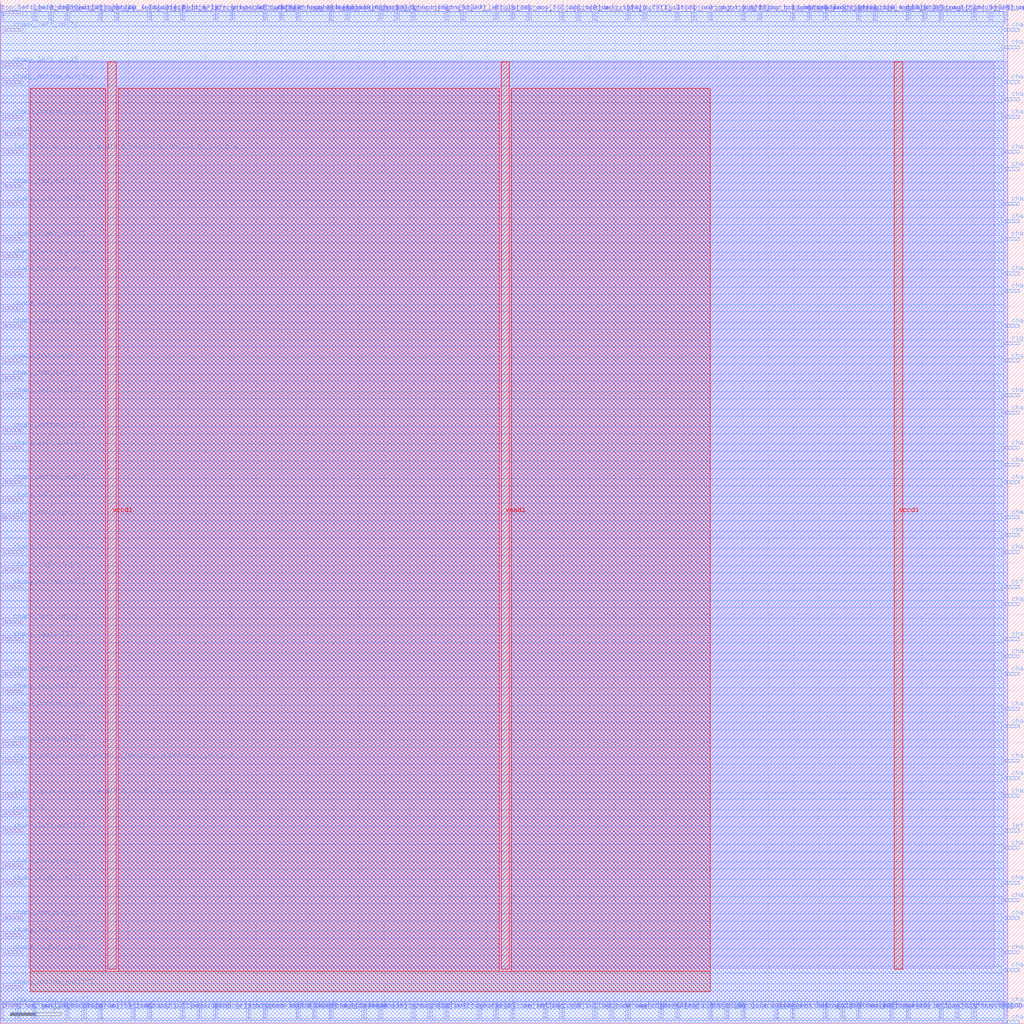
<source format=lef>
VERSION 5.7 ;
  NOWIREEXTENSIONATPIN ON ;
  DIVIDERCHAR "/" ;
  BUSBITCHARS "[]" ;
MACRO sb_1__1_
  CLASS BLOCK ;
  FOREIGN sb_1__1_ ;
  ORIGIN 0.000 0.000 ;
  SIZE 200.000 BY 200.000 ;
  PIN bottom_left_grid_right_width_0_height_0_subtile_0__pin_O_1_
    DIRECTION INPUT ;
    USE SIGNAL ;
    PORT
      LAYER met2 ;
        RECT 35.510 196.000 35.790 199.000 ;
    END
  END bottom_left_grid_right_width_0_height_0_subtile_0__pin_O_1_
  PIN bottom_left_grid_right_width_0_height_0_subtile_0__pin_O_5_
    DIRECTION INPUT ;
    USE SIGNAL ;
    PORT
      LAYER met2 ;
        RECT 196.510 1.000 196.790 4.000 ;
    END
  END bottom_left_grid_right_width_0_height_0_subtile_0__pin_O_5_
  PIN bottom_right_grid_left_width_0_height_0_subtile_0__pin_O_3_
    DIRECTION INPUT ;
    USE SIGNAL ;
    PORT
      LAYER met2 ;
        RECT 41.950 1.000 42.230 4.000 ;
    END
  END bottom_right_grid_left_width_0_height_0_subtile_0__pin_O_3_
  PIN bottom_right_grid_left_width_0_height_0_subtile_0__pin_O_7_
    DIRECTION INPUT ;
    USE SIGNAL ;
    PORT
      LAYER met2 ;
        RECT 144.990 1.000 145.270 4.000 ;
    END
  END bottom_right_grid_left_width_0_height_0_subtile_0__pin_O_7_
  PIN ccff_head
    DIRECTION INPUT ;
    USE SIGNAL ;
    PORT
      LAYER met3 ;
        RECT 196.000 85.040 199.000 85.640 ;
    END
  END ccff_head
  PIN ccff_tail
    DIRECTION OUTPUT TRISTATE ;
    USE SIGNAL ;
    PORT
      LAYER met2 ;
        RECT 125.670 196.000 125.950 199.000 ;
    END
  END ccff_tail
  PIN chanx_left_in[0]
    DIRECTION INPUT ;
    USE SIGNAL ;
    PORT
      LAYER met2 ;
        RECT 9.750 196.000 10.030 199.000 ;
    END
  END chanx_left_in[0]
  PIN chanx_left_in[10]
    DIRECTION INPUT ;
    USE SIGNAL ;
    PORT
      LAYER met3 ;
        RECT 1.000 102.040 4.000 102.640 ;
    END
  END chanx_left_in[10]
  PIN chanx_left_in[11]
    DIRECTION INPUT ;
    USE SIGNAL ;
    PORT
      LAYER met3 ;
        RECT 196.000 13.640 199.000 14.240 ;
    END
  END chanx_left_in[11]
  PIN chanx_left_in[12]
    DIRECTION INPUT ;
    USE SIGNAL ;
    PORT
      LAYER met2 ;
        RECT 190.070 196.000 190.350 199.000 ;
    END
  END chanx_left_in[12]
  PIN chanx_left_in[13]
    DIRECTION INPUT ;
    USE SIGNAL ;
    PORT
      LAYER met2 ;
        RECT 16.190 1.000 16.470 4.000 ;
    END
  END chanx_left_in[13]
  PIN chanx_left_in[14]
    DIRECTION INPUT ;
    USE SIGNAL ;
    PORT
      LAYER met3 ;
        RECT 1.000 112.240 4.000 112.840 ;
    END
  END chanx_left_in[14]
  PIN chanx_left_in[15]
    DIRECTION INPUT ;
    USE SIGNAL ;
    PORT
      LAYER met2 ;
        RECT 93.470 1.000 93.750 4.000 ;
    END
  END chanx_left_in[15]
  PIN chanx_left_in[16]
    DIRECTION INPUT ;
    USE SIGNAL ;
    PORT
      LAYER met3 ;
        RECT 1.000 197.240 4.000 197.840 ;
    END
  END chanx_left_in[16]
  PIN chanx_left_in[17]
    DIRECTION INPUT ;
    USE SIGNAL ;
    PORT
      LAYER met3 ;
        RECT 196.000 34.040 199.000 34.640 ;
    END
  END chanx_left_in[17]
  PIN chanx_left_in[18]
    DIRECTION INPUT ;
    USE SIGNAL ;
    PORT
      LAYER met2 ;
        RECT 90.250 196.000 90.530 199.000 ;
    END
  END chanx_left_in[18]
  PIN chanx_left_in[1]
    DIRECTION INPUT ;
    USE SIGNAL ;
    PORT
      LAYER met3 ;
        RECT 196.000 153.040 199.000 153.640 ;
    END
  END chanx_left_in[1]
  PIN chanx_left_in[2]
    DIRECTION INPUT ;
    USE SIGNAL ;
    PORT
      LAYER met3 ;
        RECT 1.000 187.040 4.000 187.640 ;
    END
  END chanx_left_in[2]
  PIN chanx_left_in[3]
    DIRECTION INPUT ;
    USE SIGNAL ;
    PORT
      LAYER met2 ;
        RECT 87.030 196.000 87.310 199.000 ;
    END
  END chanx_left_in[3]
  PIN chanx_left_in[4]
    DIRECTION INPUT ;
    USE SIGNAL ;
    PORT
      LAYER met2 ;
        RECT 112.790 196.000 113.070 199.000 ;
    END
  END chanx_left_in[4]
  PIN chanx_left_in[5]
    DIRECTION INPUT ;
    USE SIGNAL ;
    PORT
      LAYER met2 ;
        RECT 177.190 1.000 177.470 4.000 ;
    END
  END chanx_left_in[5]
  PIN chanx_left_in[6]
    DIRECTION INPUT ;
    USE SIGNAL ;
    PORT
      LAYER met3 ;
        RECT 196.000 156.440 199.000 157.040 ;
    END
  END chanx_left_in[6]
  PIN chanx_left_in[7]
    DIRECTION INPUT ;
    USE SIGNAL ;
    PORT
      LAYER met3 ;
        RECT 1.000 193.840 4.000 194.440 ;
    END
  END chanx_left_in[7]
  PIN chanx_left_in[8]
    DIRECTION INPUT ;
    USE SIGNAL ;
    PORT
      LAYER met2 ;
        RECT 45.170 196.000 45.450 199.000 ;
    END
  END chanx_left_in[8]
  PIN chanx_left_in[9]
    DIRECTION INPUT ;
    USE SIGNAL ;
    PORT
      LAYER met3 ;
        RECT 1.000 78.240 4.000 78.840 ;
    END
  END chanx_left_in[9]
  PIN chanx_left_out[0]
    DIRECTION OUTPUT TRISTATE ;
    USE SIGNAL ;
    PORT
      LAYER met3 ;
        RECT 1.000 122.440 4.000 123.040 ;
    END
  END chanx_left_out[0]
  PIN chanx_left_out[10]
    DIRECTION OUTPUT TRISTATE ;
    USE SIGNAL ;
    PORT
      LAYER met3 ;
        RECT 196.000 20.440 199.000 21.040 ;
    END
  END chanx_left_out[10]
  PIN chanx_left_out[11]
    DIRECTION OUTPUT TRISTATE ;
    USE SIGNAL ;
    PORT
      LAYER met3 ;
        RECT 196.000 190.440 199.000 191.040 ;
    END
  END chanx_left_out[11]
  PIN chanx_left_out[12]
    DIRECTION OUTPUT TRISTATE ;
    USE SIGNAL ;
    PORT
      LAYER met2 ;
        RECT 22.630 196.000 22.910 199.000 ;
    END
  END chanx_left_out[12]
  PIN chanx_left_out[13]
    DIRECTION OUTPUT TRISTATE ;
    USE SIGNAL ;
    PORT
      LAYER met2 ;
        RECT 161.090 1.000 161.370 4.000 ;
    END
  END chanx_left_out[13]
  PIN chanx_left_out[14]
    DIRECTION OUTPUT TRISTATE ;
    USE SIGNAL ;
    PORT
      LAYER met3 ;
        RECT 1.000 37.440 4.000 38.040 ;
    END
  END chanx_left_out[14]
  PIN chanx_left_out[15]
    DIRECTION OUTPUT TRISTATE ;
    USE SIGNAL ;
    PORT
      LAYER met2 ;
        RECT 167.530 1.000 167.810 4.000 ;
    END
  END chanx_left_out[15]
  PIN chanx_left_out[16]
    DIRECTION OUTPUT TRISTATE ;
    USE SIGNAL ;
    PORT
      LAYER met2 ;
        RECT 58.050 1.000 58.330 4.000 ;
    END
  END chanx_left_out[16]
  PIN chanx_left_out[17]
    DIRECTION OUTPUT TRISTATE ;
    USE SIGNAL ;
    PORT
      LAYER met3 ;
        RECT 1.000 139.440 4.000 140.040 ;
    END
  END chanx_left_out[17]
  PIN chanx_left_out[18]
    DIRECTION OUTPUT TRISTATE ;
    USE SIGNAL ;
    PORT
      LAYER met3 ;
        RECT 196.000 27.240 199.000 27.840 ;
    END
  END chanx_left_out[18]
  PIN chanx_left_out[1]
    DIRECTION OUTPUT TRISTATE ;
    USE SIGNAL ;
    PORT
      LAYER met2 ;
        RECT 154.650 1.000 154.930 4.000 ;
    END
  END chanx_left_out[1]
  PIN chanx_left_out[2]
    DIRECTION OUTPUT TRISTATE ;
    USE SIGNAL ;
    PORT
      LAYER met3 ;
        RECT 1.000 68.040 4.000 68.640 ;
    END
  END chanx_left_out[2]
  PIN chanx_left_out[3]
    DIRECTION OUTPUT TRISTATE ;
    USE SIGNAL ;
    PORT
      LAYER met2 ;
        RECT 12.970 196.000 13.250 199.000 ;
    END
  END chanx_left_out[3]
  PIN chanx_left_out[4]
    DIRECTION OUTPUT TRISTATE ;
    USE SIGNAL ;
    PORT
      LAYER met2 ;
        RECT 6.530 196.000 6.810 199.000 ;
    END
  END chanx_left_out[4]
  PIN chanx_left_out[5]
    DIRECTION OUTPUT TRISTATE ;
    USE SIGNAL ;
    PORT
      LAYER met2 ;
        RECT 141.770 1.000 142.050 4.000 ;
    END
  END chanx_left_out[5]
  PIN chanx_left_out[6]
    DIRECTION OUTPUT TRISTATE ;
    USE SIGNAL ;
    PORT
      LAYER met2 ;
        RECT 177.190 196.000 177.470 199.000 ;
    END
  END chanx_left_out[6]
  PIN chanx_left_out[7]
    DIRECTION OUTPUT TRISTATE ;
    USE SIGNAL ;
    PORT
      LAYER met3 ;
        RECT 196.000 129.240 199.000 129.840 ;
    END
  END chanx_left_out[7]
  PIN chanx_left_out[8]
    DIRECTION OUTPUT TRISTATE ;
    USE SIGNAL ;
    PORT
      LAYER met2 ;
        RECT 122.450 196.000 122.730 199.000 ;
    END
  END chanx_left_out[8]
  PIN chanx_left_out[9]
    DIRECTION OUTPUT TRISTATE ;
    USE SIGNAL ;
    PORT
      LAYER met2 ;
        RECT 157.870 196.000 158.150 199.000 ;
    END
  END chanx_left_out[9]
  PIN chanx_right_in[0]
    DIRECTION INPUT ;
    USE SIGNAL ;
    PORT
      LAYER met3 ;
        RECT 1.000 88.440 4.000 89.040 ;
    END
  END chanx_right_in[0]
  PIN chanx_right_in[10]
    DIRECTION INPUT ;
    USE SIGNAL ;
    PORT
      LAYER met2 ;
        RECT 51.610 1.000 51.890 4.000 ;
    END
  END chanx_right_in[10]
  PIN chanx_right_in[11]
    DIRECTION INPUT ;
    USE SIGNAL ;
    PORT
      LAYER met2 ;
        RECT 180.410 196.000 180.690 199.000 ;
    END
  END chanx_right_in[11]
  PIN chanx_right_in[12]
    DIRECTION INPUT ;
    USE SIGNAL ;
    PORT
      LAYER met2 ;
        RECT 74.150 1.000 74.430 4.000 ;
    END
  END chanx_right_in[12]
  PIN chanx_right_in[13]
    DIRECTION INPUT ;
    USE SIGNAL ;
    PORT
      LAYER met2 ;
        RECT 122.450 1.000 122.730 4.000 ;
    END
  END chanx_right_in[13]
  PIN chanx_right_in[14]
    DIRECTION INPUT ;
    USE SIGNAL ;
    PORT
      LAYER met3 ;
        RECT 196.000 159.840 199.000 160.440 ;
    END
  END chanx_right_in[14]
  PIN chanx_right_in[15]
    DIRECTION INPUT ;
    USE SIGNAL ;
    PORT
      LAYER met3 ;
        RECT 196.000 108.840 199.000 109.440 ;
    END
  END chanx_right_in[15]
  PIN chanx_right_in[16]
    DIRECTION INPUT ;
    USE SIGNAL ;
    PORT
      LAYER met2 ;
        RECT 183.630 196.000 183.910 199.000 ;
    END
  END chanx_right_in[16]
  PIN chanx_right_in[17]
    DIRECTION INPUT ;
    USE SIGNAL ;
    PORT
      LAYER met2 ;
        RECT 80.590 196.000 80.870 199.000 ;
    END
  END chanx_right_in[17]
  PIN chanx_right_in[18]
    DIRECTION INPUT ;
    USE SIGNAL ;
    PORT
      LAYER met3 ;
        RECT 196.000 98.640 199.000 99.240 ;
    END
  END chanx_right_in[18]
  PIN chanx_right_in[1]
    DIRECTION INPUT ;
    USE SIGNAL ;
    PORT
      LAYER met2 ;
        RECT 51.610 196.000 51.890 199.000 ;
    END
  END chanx_right_in[1]
  PIN chanx_right_in[2]
    DIRECTION INPUT ;
    USE SIGNAL ;
    PORT
      LAYER met3 ;
        RECT 1.000 27.240 4.000 27.840 ;
    END
  END chanx_right_in[2]
  PIN chanx_right_in[3]
    DIRECTION INPUT ;
    USE SIGNAL ;
    PORT
      LAYER met2 ;
        RECT 67.710 196.000 67.990 199.000 ;
    END
  END chanx_right_in[3]
  PIN chanx_right_in[4]
    DIRECTION INPUT ;
    USE SIGNAL ;
    PORT
      LAYER met3 ;
        RECT 196.000 136.040 199.000 136.640 ;
    END
  END chanx_right_in[4]
  PIN chanx_right_in[5]
    DIRECTION INPUT ;
    USE SIGNAL ;
    PORT
      LAYER met2 ;
        RECT 132.110 1.000 132.390 4.000 ;
    END
  END chanx_right_in[5]
  PIN chanx_right_in[6]
    DIRECTION INPUT ;
    USE SIGNAL ;
    PORT
      LAYER met2 ;
        RECT 170.750 196.000 171.030 199.000 ;
    END
  END chanx_right_in[6]
  PIN chanx_right_in[7]
    DIRECTION INPUT ;
    USE SIGNAL ;
    PORT
      LAYER met2 ;
        RECT 196.510 196.000 196.790 199.000 ;
    END
  END chanx_right_in[7]
  PIN chanx_right_in[8]
    DIRECTION INPUT ;
    USE SIGNAL ;
    PORT
      LAYER met2 ;
        RECT 74.150 196.000 74.430 199.000 ;
    END
  END chanx_right_in[8]
  PIN chanx_right_in[9]
    DIRECTION INPUT ;
    USE SIGNAL ;
    PORT
      LAYER met2 ;
        RECT 87.030 1.000 87.310 4.000 ;
    END
  END chanx_right_in[9]
  PIN chanx_right_out[0]
    DIRECTION OUTPUT TRISTATE ;
    USE SIGNAL ;
    PORT
      LAYER met3 ;
        RECT 196.000 61.240 199.000 61.840 ;
    END
  END chanx_right_out[0]
  PIN chanx_right_out[10]
    DIRECTION OUTPUT TRISTATE ;
    USE SIGNAL ;
    PORT
      LAYER met3 ;
        RECT 196.000 10.240 199.000 10.840 ;
    END
  END chanx_right_out[10]
  PIN chanx_right_out[11]
    DIRECTION OUTPUT TRISTATE ;
    USE SIGNAL ;
    PORT
      LAYER met2 ;
        RECT 116.010 196.000 116.290 199.000 ;
    END
  END chanx_right_out[11]
  PIN chanx_right_out[12]
    DIRECTION OUTPUT TRISTATE ;
    USE SIGNAL ;
    PORT
      LAYER met3 ;
        RECT 196.000 176.840 199.000 177.440 ;
    END
  END chanx_right_out[12]
  PIN chanx_right_out[13]
    DIRECTION OUTPUT TRISTATE ;
    USE SIGNAL ;
    PORT
      LAYER met3 ;
        RECT 196.000 71.440 199.000 72.040 ;
    END
  END chanx_right_out[13]
  PIN chanx_right_out[14]
    DIRECTION OUTPUT TRISTATE ;
    USE SIGNAL ;
    PORT
      LAYER met2 ;
        RECT 119.230 1.000 119.510 4.000 ;
    END
  END chanx_right_out[14]
  PIN chanx_right_out[15]
    DIRECTION OUTPUT TRISTATE ;
    USE SIGNAL ;
    PORT
      LAYER met3 ;
        RECT 1.000 3.440 4.000 4.040 ;
    END
  END chanx_right_out[15]
  PIN chanx_right_out[16]
    DIRECTION OUTPUT TRISTATE ;
    USE SIGNAL ;
    PORT
      LAYER met2 ;
        RECT 135.330 196.000 135.610 199.000 ;
    END
  END chanx_right_out[16]
  PIN chanx_right_out[17]
    DIRECTION OUTPUT TRISTATE ;
    USE SIGNAL ;
    PORT
      LAYER met3 ;
        RECT 196.000 180.240 199.000 180.840 ;
    END
  END chanx_right_out[17]
  PIN chanx_right_out[18]
    DIRECTION OUTPUT TRISTATE ;
    USE SIGNAL ;
    PORT
      LAYER met2 ;
        RECT 54.830 196.000 55.110 199.000 ;
    END
  END chanx_right_out[18]
  PIN chanx_right_out[1]
    DIRECTION OUTPUT TRISTATE ;
    USE SIGNAL ;
    PORT
      LAYER met3 ;
        RECT 196.000 122.440 199.000 123.040 ;
    END
  END chanx_right_out[1]
  PIN chanx_right_out[2]
    DIRECTION OUTPUT TRISTATE ;
    USE SIGNAL ;
    PORT
      LAYER met2 ;
        RECT 6.530 1.000 6.810 4.000 ;
    END
  END chanx_right_out[2]
  PIN chanx_right_out[3]
    DIRECTION OUTPUT TRISTATE ;
    USE SIGNAL ;
    PORT
      LAYER met2 ;
        RECT 61.270 1.000 61.550 4.000 ;
    END
  END chanx_right_out[3]
  PIN chanx_right_out[4]
    DIRECTION OUTPUT TRISTATE ;
    USE SIGNAL ;
    PORT
      LAYER met3 ;
        RECT 1.000 153.040 4.000 153.640 ;
    END
  END chanx_right_out[4]
  PIN chanx_right_out[5]
    DIRECTION OUTPUT TRISTATE ;
    USE SIGNAL ;
    PORT
      LAYER met2 ;
        RECT 161.090 196.000 161.370 199.000 ;
    END
  END chanx_right_out[5]
  PIN chanx_right_out[6]
    DIRECTION OUTPUT TRISTATE ;
    USE SIGNAL ;
    PORT
      LAYER met3 ;
        RECT 1.000 54.440 4.000 55.040 ;
    END
  END chanx_right_out[6]
  PIN chanx_right_out[7]
    DIRECTION OUTPUT TRISTATE ;
    USE SIGNAL ;
    PORT
      LAYER met2 ;
        RECT 183.630 1.000 183.910 4.000 ;
    END
  END chanx_right_out[7]
  PIN chanx_right_out[8]
    DIRECTION OUTPUT TRISTATE ;
    USE SIGNAL ;
    PORT
      LAYER met3 ;
        RECT 1.000 159.840 4.000 160.440 ;
    END
  END chanx_right_out[8]
  PIN chanx_right_out[9]
    DIRECTION OUTPUT TRISTATE ;
    USE SIGNAL ;
    PORT
      LAYER met3 ;
        RECT 1.000 13.640 4.000 14.240 ;
    END
  END chanx_right_out[9]
  PIN chany_bottom_in[0]
    DIRECTION INPUT ;
    USE SIGNAL ;
    PORT
      LAYER met3 ;
        RECT 196.000 81.640 199.000 82.240 ;
    END
  END chany_bottom_in[0]
  PIN chany_bottom_in[10]
    DIRECTION INPUT ;
    USE SIGNAL ;
    PORT
      LAYER met3 ;
        RECT 196.000 47.640 199.000 48.240 ;
    END
  END chany_bottom_in[10]
  PIN chany_bottom_in[11]
    DIRECTION INPUT ;
    USE SIGNAL ;
    PORT
      LAYER met3 ;
        RECT 1.000 149.640 4.000 150.240 ;
    END
  END chany_bottom_in[11]
  PIN chany_bottom_in[12]
    DIRECTION INPUT ;
    USE SIGNAL ;
    PORT
      LAYER met2 ;
        RECT 77.370 196.000 77.650 199.000 ;
    END
  END chany_bottom_in[12]
  PIN chany_bottom_in[13]
    DIRECTION INPUT ;
    USE SIGNAL ;
    PORT
      LAYER met2 ;
        RECT 151.430 1.000 151.710 4.000 ;
    END
  END chany_bottom_in[13]
  PIN chany_bottom_in[14]
    DIRECTION INPUT ;
    USE SIGNAL ;
    PORT
      LAYER met3 ;
        RECT 196.000 166.640 199.000 167.240 ;
    END
  END chany_bottom_in[14]
  PIN chany_bottom_in[15]
    DIRECTION INPUT ;
    USE SIGNAL ;
    PORT
      LAYER met2 ;
        RECT 64.490 1.000 64.770 4.000 ;
    END
  END chany_bottom_in[15]
  PIN chany_bottom_in[16]
    DIRECTION INPUT ;
    USE SIGNAL ;
    PORT
      LAYER met3 ;
        RECT 1.000 176.840 4.000 177.440 ;
    END
  END chany_bottom_in[16]
  PIN chany_bottom_in[17]
    DIRECTION INPUT ;
    USE SIGNAL ;
    PORT
      LAYER met3 ;
        RECT 196.000 142.840 199.000 143.440 ;
    END
  END chany_bottom_in[17]
  PIN chany_bottom_in[18]
    DIRECTION INPUT ;
    USE SIGNAL ;
    PORT
      LAYER met3 ;
        RECT 196.000 0.040 199.000 0.640 ;
    END
  END chany_bottom_in[18]
  PIN chany_bottom_in[1]
    DIRECTION INPUT ;
    USE SIGNAL ;
    PORT
      LAYER met3 ;
        RECT 196.000 51.040 199.000 51.640 ;
    END
  END chany_bottom_in[1]
  PIN chany_bottom_in[2]
    DIRECTION INPUT ;
    USE SIGNAL ;
    PORT
      LAYER met3 ;
        RECT 1.000 115.640 4.000 116.240 ;
    END
  END chany_bottom_in[2]
  PIN chany_bottom_in[3]
    DIRECTION INPUT ;
    USE SIGNAL ;
    PORT
      LAYER met3 ;
        RECT 196.000 91.840 199.000 92.440 ;
    END
  END chany_bottom_in[3]
  PIN chany_bottom_in[4]
    DIRECTION INPUT ;
    USE SIGNAL ;
    PORT
      LAYER met2 ;
        RECT 186.850 1.000 187.130 4.000 ;
    END
  END chany_bottom_in[4]
  PIN chany_bottom_in[5]
    DIRECTION INPUT ;
    USE SIGNAL ;
    PORT
      LAYER met2 ;
        RECT 99.910 1.000 100.190 4.000 ;
    END
  END chany_bottom_in[5]
  PIN chany_bottom_in[6]
    DIRECTION INPUT ;
    USE SIGNAL ;
    PORT
      LAYER met3 ;
        RECT 196.000 105.440 199.000 106.040 ;
    END
  END chany_bottom_in[6]
  PIN chany_bottom_in[7]
    DIRECTION INPUT ;
    USE SIGNAL ;
    PORT
      LAYER met3 ;
        RECT 1.000 85.040 4.000 85.640 ;
    END
  END chany_bottom_in[7]
  PIN chany_bottom_in[8]
    DIRECTION INPUT ;
    USE SIGNAL ;
    PORT
      LAYER met3 ;
        RECT 1.000 61.240 4.000 61.840 ;
    END
  END chany_bottom_in[8]
  PIN chany_bottom_in[9]
    DIRECTION INPUT ;
    USE SIGNAL ;
    PORT
      LAYER met2 ;
        RECT 103.130 196.000 103.410 199.000 ;
    END
  END chany_bottom_in[9]
  PIN chany_bottom_out[0]
    DIRECTION OUTPUT TRISTATE ;
    USE SIGNAL ;
    PORT
      LAYER met3 ;
        RECT 1.000 105.440 4.000 106.040 ;
    END
  END chany_bottom_out[0]
  PIN chany_bottom_out[10]
    DIRECTION OUTPUT TRISTATE ;
    USE SIGNAL ;
    PORT
      LAYER met3 ;
        RECT 1.000 183.640 4.000 184.240 ;
    END
  END chany_bottom_out[10]
  PIN chany_bottom_out[11]
    DIRECTION OUTPUT TRISTATE ;
    USE SIGNAL ;
    PORT
      LAYER met3 ;
        RECT 196.000 183.640 199.000 184.240 ;
    END
  END chany_bottom_out[11]
  PIN chany_bottom_out[12]
    DIRECTION OUTPUT TRISTATE ;
    USE SIGNAL ;
    PORT
      LAYER met3 ;
        RECT 1.000 6.840 4.000 7.440 ;
    END
  END chany_bottom_out[12]
  PIN chany_bottom_out[13]
    DIRECTION OUTPUT TRISTATE ;
    USE SIGNAL ;
    PORT
      LAYER met2 ;
        RECT 109.570 196.000 109.850 199.000 ;
    END
  END chany_bottom_out[13]
  PIN chany_bottom_out[14]
    DIRECTION OUTPUT TRISTATE ;
    USE SIGNAL ;
    PORT
      LAYER met3 ;
        RECT 1.000 91.840 4.000 92.440 ;
    END
  END chany_bottom_out[14]
  PIN chany_bottom_out[15]
    DIRECTION OUTPUT TRISTATE ;
    USE SIGNAL ;
    PORT
      LAYER met2 ;
        RECT 132.110 196.000 132.390 199.000 ;
    END
  END chany_bottom_out[15]
  PIN chany_bottom_out[16]
    DIRECTION OUTPUT TRISTATE ;
    USE SIGNAL ;
    PORT
      LAYER met2 ;
        RECT 3.310 1.000 3.590 4.000 ;
    END
  END chany_bottom_out[16]
  PIN chany_bottom_out[17]
    DIRECTION OUTPUT TRISTATE ;
    USE SIGNAL ;
    PORT
      LAYER met2 ;
        RECT 29.070 1.000 29.350 4.000 ;
    END
  END chany_bottom_out[17]
  PIN chany_bottom_out[18]
    DIRECTION OUTPUT TRISTATE ;
    USE SIGNAL ;
    PORT
      LAYER met3 ;
        RECT 196.000 23.840 199.000 24.440 ;
    END
  END chany_bottom_out[18]
  PIN chany_bottom_out[1]
    DIRECTION OUTPUT TRISTATE ;
    USE SIGNAL ;
    PORT
      LAYER met2 ;
        RECT 83.810 1.000 84.090 4.000 ;
    END
  END chany_bottom_out[1]
  PIN chany_bottom_out[2]
    DIRECTION OUTPUT TRISTATE ;
    USE SIGNAL ;
    PORT
      LAYER met2 ;
        RECT 41.950 196.000 42.230 199.000 ;
    END
  END chany_bottom_out[2]
  PIN chany_bottom_out[3]
    DIRECTION OUTPUT TRISTATE ;
    USE SIGNAL ;
    PORT
      LAYER met2 ;
        RECT 58.050 196.000 58.330 199.000 ;
    END
  END chany_bottom_out[3]
  PIN chany_bottom_out[4]
    DIRECTION OUTPUT TRISTATE ;
    USE SIGNAL ;
    PORT
      LAYER met2 ;
        RECT 148.210 196.000 148.490 199.000 ;
    END
  END chany_bottom_out[4]
  PIN chany_bottom_out[5]
    DIRECTION OUTPUT TRISTATE ;
    USE SIGNAL ;
    PORT
      LAYER met2 ;
        RECT 19.410 1.000 19.690 4.000 ;
    END
  END chany_bottom_out[5]
  PIN chany_bottom_out[6]
    DIRECTION OUTPUT TRISTATE ;
    USE SIGNAL ;
    PORT
      LAYER met3 ;
        RECT 196.000 44.240 199.000 44.840 ;
    END
  END chany_bottom_out[6]
  PIN chany_bottom_out[7]
    DIRECTION OUTPUT TRISTATE ;
    USE SIGNAL ;
    PORT
      LAYER met3 ;
        RECT 196.000 112.240 199.000 112.840 ;
    END
  END chany_bottom_out[7]
  PIN chany_bottom_out[8]
    DIRECTION OUTPUT TRISTATE ;
    USE SIGNAL ;
    PORT
      LAYER met2 ;
        RECT 64.490 196.000 64.770 199.000 ;
    END
  END chany_bottom_out[8]
  PIN chany_bottom_out[9]
    DIRECTION OUTPUT TRISTATE ;
    USE SIGNAL ;
    PORT
      LAYER met3 ;
        RECT 196.000 74.840 199.000 75.440 ;
    END
  END chany_bottom_out[9]
  PIN chany_top_in[0]
    DIRECTION INPUT ;
    USE SIGNAL ;
    PORT
      LAYER met2 ;
        RECT 19.410 196.000 19.690 199.000 ;
    END
  END chany_top_in[0]
  PIN chany_top_in[10]
    DIRECTION INPUT ;
    USE SIGNAL ;
    PORT
      LAYER met2 ;
        RECT 106.350 1.000 106.630 4.000 ;
    END
  END chany_top_in[10]
  PIN chany_top_in[11]
    DIRECTION INPUT ;
    USE SIGNAL ;
    PORT
      LAYER met3 ;
        RECT 196.000 146.240 199.000 146.840 ;
    END
  END chany_top_in[11]
  PIN chany_top_in[12]
    DIRECTION INPUT ;
    USE SIGNAL ;
    PORT
      LAYER met2 ;
        RECT 154.650 196.000 154.930 199.000 ;
    END
  END chany_top_in[12]
  PIN chany_top_in[13]
    DIRECTION INPUT ;
    USE SIGNAL ;
    PORT
      LAYER met2 ;
        RECT 48.390 1.000 48.670 4.000 ;
    END
  END chany_top_in[13]
  PIN chany_top_in[14]
    DIRECTION INPUT ;
    USE SIGNAL ;
    PORT
      LAYER met3 ;
        RECT 196.000 57.840 199.000 58.440 ;
    END
  END chany_top_in[14]
  PIN chany_top_in[15]
    DIRECTION INPUT ;
    USE SIGNAL ;
    PORT
      LAYER met2 ;
        RECT 128.890 1.000 129.170 4.000 ;
    END
  END chany_top_in[15]
  PIN chany_top_in[16]
    DIRECTION INPUT ;
    USE SIGNAL ;
    PORT
      LAYER met3 ;
        RECT 196.000 3.440 199.000 4.040 ;
    END
  END chany_top_in[16]
  PIN chany_top_in[17]
    DIRECTION INPUT ;
    USE SIGNAL ;
    PORT
      LAYER met2 ;
        RECT 29.070 196.000 29.350 199.000 ;
    END
  END chany_top_in[17]
  PIN chany_top_in[18]
    DIRECTION INPUT ;
    USE SIGNAL ;
    PORT
      LAYER met2 ;
        RECT 164.310 1.000 164.590 4.000 ;
    END
  END chany_top_in[18]
  PIN chany_top_in[1]
    DIRECTION INPUT ;
    USE SIGNAL ;
    PORT
      LAYER met2 ;
        RECT 25.850 1.000 26.130 4.000 ;
    END
  END chany_top_in[1]
  PIN chany_top_in[2]
    DIRECTION INPUT ;
    USE SIGNAL ;
    PORT
      LAYER met2 ;
        RECT 80.590 1.000 80.870 4.000 ;
    END
  END chany_top_in[2]
  PIN chany_top_in[3]
    DIRECTION INPUT ;
    USE SIGNAL ;
    PORT
      LAYER met3 ;
        RECT 1.000 74.840 4.000 75.440 ;
    END
  END chany_top_in[3]
  PIN chany_top_in[4]
    DIRECTION INPUT ;
    USE SIGNAL ;
    PORT
      LAYER met3 ;
        RECT 196.000 170.040 199.000 170.640 ;
    END
  END chany_top_in[4]
  PIN chany_top_in[5]
    DIRECTION INPUT ;
    USE SIGNAL ;
    PORT
      LAYER met3 ;
        RECT 196.000 119.040 199.000 119.640 ;
    END
  END chany_top_in[5]
  PIN chany_top_in[6]
    DIRECTION INPUT ;
    USE SIGNAL ;
    PORT
      LAYER met2 ;
        RECT 173.970 1.000 174.250 4.000 ;
    END
  END chany_top_in[6]
  PIN chany_top_in[7]
    DIRECTION INPUT ;
    USE SIGNAL ;
    PORT
      LAYER met3 ;
        RECT 1.000 98.640 4.000 99.240 ;
    END
  END chany_top_in[7]
  PIN chany_top_in[8]
    DIRECTION INPUT ;
    USE SIGNAL ;
    PORT
      LAYER met3 ;
        RECT 196.000 68.040 199.000 68.640 ;
    END
  END chany_top_in[8]
  PIN chany_top_in[9]
    DIRECTION INPUT ;
    USE SIGNAL ;
    PORT
      LAYER met3 ;
        RECT 1.000 129.240 4.000 129.840 ;
    END
  END chany_top_in[9]
  PIN chany_top_out[0]
    DIRECTION OUTPUT TRISTATE ;
    USE SIGNAL ;
    PORT
      LAYER met3 ;
        RECT 1.000 64.640 4.000 65.240 ;
    END
  END chany_top_out[0]
  PIN chany_top_out[10]
    DIRECTION OUTPUT TRISTATE ;
    USE SIGNAL ;
    PORT
      LAYER met3 ;
        RECT 196.000 193.840 199.000 194.440 ;
    END
  END chany_top_out[10]
  PIN chany_top_out[11]
    DIRECTION OUTPUT TRISTATE ;
    USE SIGNAL ;
    PORT
      LAYER met2 ;
        RECT 190.070 1.000 190.350 4.000 ;
    END
  END chany_top_out[11]
  PIN chany_top_out[12]
    DIRECTION OUTPUT TRISTATE ;
    USE SIGNAL ;
    PORT
      LAYER met2 ;
        RECT 193.290 196.000 193.570 199.000 ;
    END
  END chany_top_out[12]
  PIN chany_top_out[13]
    DIRECTION OUTPUT TRISTATE ;
    USE SIGNAL ;
    PORT
      LAYER met3 ;
        RECT 1.000 136.040 4.000 136.640 ;
    END
  END chany_top_out[13]
  PIN chany_top_out[14]
    DIRECTION OUTPUT TRISTATE ;
    USE SIGNAL ;
    PORT
      LAYER met3 ;
        RECT 1.000 146.240 4.000 146.840 ;
    END
  END chany_top_out[14]
  PIN chany_top_out[15]
    DIRECTION OUTPUT TRISTATE ;
    USE SIGNAL ;
    PORT
      LAYER met2 ;
        RECT 116.010 1.000 116.290 4.000 ;
    END
  END chany_top_out[15]
  PIN chany_top_out[16]
    DIRECTION OUTPUT TRISTATE ;
    USE SIGNAL ;
    PORT
      LAYER met2 ;
        RECT 0.090 1.000 0.370 4.000 ;
    END
  END chany_top_out[16]
  PIN chany_top_out[17]
    DIRECTION OUTPUT TRISTATE ;
    USE SIGNAL ;
    PORT
      LAYER met3 ;
        RECT 1.000 17.040 4.000 17.640 ;
    END
  END chany_top_out[17]
  PIN chany_top_out[18]
    DIRECTION OUTPUT TRISTATE ;
    USE SIGNAL ;
    PORT
      LAYER met3 ;
        RECT 1.000 163.240 4.000 163.840 ;
    END
  END chany_top_out[18]
  PIN chany_top_out[1]
    DIRECTION OUTPUT TRISTATE ;
    USE SIGNAL ;
    PORT
      LAYER met3 ;
        RECT 1.000 20.440 4.000 21.040 ;
    END
  END chany_top_out[1]
  PIN chany_top_out[2]
    DIRECTION OUTPUT TRISTATE ;
    USE SIGNAL ;
    PORT
      LAYER met2 ;
        RECT 99.910 196.000 100.190 199.000 ;
    END
  END chany_top_out[2]
  PIN chany_top_out[3]
    DIRECTION OUTPUT TRISTATE ;
    USE SIGNAL ;
    PORT
      LAYER met3 ;
        RECT 1.000 125.840 4.000 126.440 ;
    END
  END chany_top_out[3]
  PIN chany_top_out[4]
    DIRECTION OUTPUT TRISTATE ;
    USE SIGNAL ;
    PORT
      LAYER met2 ;
        RECT 35.510 1.000 35.790 4.000 ;
    END
  END chany_top_out[4]
  PIN chany_top_out[5]
    DIRECTION OUTPUT TRISTATE ;
    USE SIGNAL ;
    PORT
      LAYER met2 ;
        RECT 12.970 1.000 13.250 4.000 ;
    END
  END chany_top_out[5]
  PIN chany_top_out[6]
    DIRECTION OUTPUT TRISTATE ;
    USE SIGNAL ;
    PORT
      LAYER met3 ;
        RECT 1.000 30.640 4.000 31.240 ;
    END
  END chany_top_out[6]
  PIN chany_top_out[7]
    DIRECTION OUTPUT TRISTATE ;
    USE SIGNAL ;
    PORT
      LAYER met2 ;
        RECT 96.690 196.000 96.970 199.000 ;
    END
  END chany_top_out[7]
  PIN chany_top_out[8]
    DIRECTION OUTPUT TRISTATE ;
    USE SIGNAL ;
    PORT
      LAYER met2 ;
        RECT 96.690 1.000 96.970 4.000 ;
    END
  END chany_top_out[8]
  PIN chany_top_out[9]
    DIRECTION OUTPUT TRISTATE ;
    USE SIGNAL ;
    PORT
      LAYER met2 ;
        RECT 167.530 196.000 167.810 199.000 ;
    END
  END chany_top_out[9]
  PIN left_bottom_grid_top_width_0_height_0_subtile_0__pin_O_0_
    DIRECTION INPUT ;
    USE SIGNAL ;
    PORT
      LAYER met3 ;
        RECT 196.000 37.440 199.000 38.040 ;
    END
  END left_bottom_grid_top_width_0_height_0_subtile_0__pin_O_0_
  PIN left_bottom_grid_top_width_0_height_0_subtile_0__pin_O_4_
    DIRECTION INPUT ;
    USE SIGNAL ;
    PORT
      LAYER met3 ;
        RECT 1.000 170.040 4.000 170.640 ;
    END
  END left_bottom_grid_top_width_0_height_0_subtile_0__pin_O_4_
  PIN left_top_grid_bottom_width_0_height_0_subtile_0__pin_O_2_
    DIRECTION INPUT ;
    USE SIGNAL ;
    PORT
      LAYER met3 ;
        RECT 1.000 44.240 4.000 44.840 ;
    END
  END left_top_grid_bottom_width_0_height_0_subtile_0__pin_O_2_
  PIN left_top_grid_bottom_width_0_height_0_subtile_0__pin_O_6_
    DIRECTION INPUT ;
    USE SIGNAL ;
    PORT
      LAYER met2 ;
        RECT 38.730 1.000 39.010 4.000 ;
    END
  END left_top_grid_bottom_width_0_height_0_subtile_0__pin_O_6_
  PIN pReset
    DIRECTION INPUT ;
    USE SIGNAL ;
    PORT
      LAYER met2 ;
        RECT 70.930 1.000 71.210 4.000 ;
    END
  END pReset
  PIN prog_clk
    DIRECTION INPUT ;
    USE SIGNAL ;
    PORT
      LAYER met3 ;
        RECT 1.000 40.840 4.000 41.440 ;
    END
  END prog_clk
  PIN right_bottom_grid_top_width_0_height_0_subtile_0__pin_O_0_
    DIRECTION INPUT ;
    USE SIGNAL ;
    PORT
      LAYER met3 ;
        RECT 196.000 132.640 199.000 133.240 ;
    END
  END right_bottom_grid_top_width_0_height_0_subtile_0__pin_O_0_
  PIN right_bottom_grid_top_width_0_height_0_subtile_0__pin_O_4_
    DIRECTION INPUT ;
    USE SIGNAL ;
    PORT
      LAYER met2 ;
        RECT 109.570 1.000 109.850 4.000 ;
    END
  END right_bottom_grid_top_width_0_height_0_subtile_0__pin_O_4_
  PIN right_top_grid_bottom_width_0_height_0_subtile_0__pin_O_2_
    DIRECTION INPUT ;
    USE SIGNAL ;
    PORT
      LAYER met2 ;
        RECT 144.990 196.000 145.270 199.000 ;
    END
  END right_top_grid_bottom_width_0_height_0_subtile_0__pin_O_2_
  PIN right_top_grid_bottom_width_0_height_0_subtile_0__pin_O_6_
    DIRECTION INPUT ;
    USE SIGNAL ;
    PORT
      LAYER met2 ;
        RECT 138.550 196.000 138.830 199.000 ;
    END
  END right_top_grid_bottom_width_0_height_0_subtile_0__pin_O_6_
  PIN top_left_grid_right_width_0_height_0_subtile_0__pin_O_1_
    DIRECTION INPUT ;
    USE SIGNAL ;
    PORT
      LAYER met2 ;
        RECT 0.090 196.000 0.370 199.000 ;
    END
  END top_left_grid_right_width_0_height_0_subtile_0__pin_O_1_
  PIN top_left_grid_right_width_0_height_0_subtile_0__pin_O_5_
    DIRECTION INPUT ;
    USE SIGNAL ;
    PORT
      LAYER met2 ;
        RECT 32.290 196.000 32.570 199.000 ;
    END
  END top_left_grid_right_width_0_height_0_subtile_0__pin_O_5_
  PIN top_right_grid_left_width_0_height_0_subtile_0__pin_O_3_
    DIRECTION INPUT ;
    USE SIGNAL ;
    PORT
      LAYER met2 ;
        RECT 138.550 1.000 138.830 4.000 ;
    END
  END top_right_grid_left_width_0_height_0_subtile_0__pin_O_3_
  PIN top_right_grid_left_width_0_height_0_subtile_0__pin_O_7_
    DIRECTION INPUT ;
    USE SIGNAL ;
    PORT
      LAYER met3 ;
        RECT 1.000 51.040 4.000 51.640 ;
    END
  END top_right_grid_left_width_0_height_0_subtile_0__pin_O_7_
  PIN vccd1
    DIRECTION INOUT ;
    USE SIGNAL ;
    PORT
      LAYER met3 ;
        RECT 1.000 173.440 4.000 174.040 ;
    END
    PORT
      LAYER met4 ;
        RECT 21.040 10.640 22.640 187.920 ;
    END
    PORT
      LAYER met4 ;
        RECT 174.640 10.640 176.240 187.920 ;
    END
  END vccd1
  PIN vssd1
    DIRECTION INOUT ;
    USE SIGNAL ;
    PORT
      LAYER met3 ;
        RECT 196.000 95.240 199.000 95.840 ;
    END
    PORT
      LAYER met4 ;
        RECT 97.840 10.640 99.440 187.920 ;
    END
  END vssd1
  OBS
      LAYER li1 ;
        RECT 5.520 10.795 194.120 187.765 ;
      LAYER met1 ;
        RECT 0.070 3.780 196.810 187.920 ;
      LAYER met2 ;
        RECT 0.650 195.720 6.250 197.725 ;
        RECT 7.090 195.720 9.470 197.725 ;
        RECT 10.310 195.720 12.690 197.725 ;
        RECT 13.530 195.720 19.130 197.725 ;
        RECT 19.970 195.720 22.350 197.725 ;
        RECT 23.190 195.720 28.790 197.725 ;
        RECT 29.630 195.720 32.010 197.725 ;
        RECT 32.850 195.720 35.230 197.725 ;
        RECT 36.070 195.720 41.670 197.725 ;
        RECT 42.510 195.720 44.890 197.725 ;
        RECT 45.730 195.720 51.330 197.725 ;
        RECT 52.170 195.720 54.550 197.725 ;
        RECT 55.390 195.720 57.770 197.725 ;
        RECT 58.610 195.720 64.210 197.725 ;
        RECT 65.050 195.720 67.430 197.725 ;
        RECT 68.270 195.720 73.870 197.725 ;
        RECT 74.710 195.720 77.090 197.725 ;
        RECT 77.930 195.720 80.310 197.725 ;
        RECT 81.150 195.720 86.750 197.725 ;
        RECT 87.590 195.720 89.970 197.725 ;
        RECT 90.810 195.720 96.410 197.725 ;
        RECT 97.250 195.720 99.630 197.725 ;
        RECT 100.470 195.720 102.850 197.725 ;
        RECT 103.690 195.720 109.290 197.725 ;
        RECT 110.130 195.720 112.510 197.725 ;
        RECT 113.350 195.720 115.730 197.725 ;
        RECT 116.570 195.720 122.170 197.725 ;
        RECT 123.010 195.720 125.390 197.725 ;
        RECT 126.230 195.720 131.830 197.725 ;
        RECT 132.670 195.720 135.050 197.725 ;
        RECT 135.890 195.720 138.270 197.725 ;
        RECT 139.110 195.720 144.710 197.725 ;
        RECT 145.550 195.720 147.930 197.725 ;
        RECT 148.770 195.720 154.370 197.725 ;
        RECT 155.210 195.720 157.590 197.725 ;
        RECT 158.430 195.720 160.810 197.725 ;
        RECT 161.650 195.720 167.250 197.725 ;
        RECT 168.090 195.720 170.470 197.725 ;
        RECT 171.310 195.720 176.910 197.725 ;
        RECT 177.750 195.720 180.130 197.725 ;
        RECT 180.970 195.720 183.350 197.725 ;
        RECT 184.190 195.720 189.790 197.725 ;
        RECT 190.630 195.720 193.010 197.725 ;
        RECT 193.850 195.720 196.230 197.725 ;
        RECT 0.090 4.280 196.780 195.720 ;
        RECT 0.650 0.720 3.030 4.280 ;
        RECT 3.870 0.720 6.250 4.280 ;
        RECT 7.090 0.720 12.690 4.280 ;
        RECT 13.530 0.720 15.910 4.280 ;
        RECT 16.750 0.720 19.130 4.280 ;
        RECT 19.970 0.720 25.570 4.280 ;
        RECT 26.410 0.720 28.790 4.280 ;
        RECT 29.630 0.720 35.230 4.280 ;
        RECT 36.070 0.720 38.450 4.280 ;
        RECT 39.290 0.720 41.670 4.280 ;
        RECT 42.510 0.720 48.110 4.280 ;
        RECT 48.950 0.720 51.330 4.280 ;
        RECT 52.170 0.720 57.770 4.280 ;
        RECT 58.610 0.720 60.990 4.280 ;
        RECT 61.830 0.720 64.210 4.280 ;
        RECT 65.050 0.720 70.650 4.280 ;
        RECT 71.490 0.720 73.870 4.280 ;
        RECT 74.710 0.720 80.310 4.280 ;
        RECT 81.150 0.720 83.530 4.280 ;
        RECT 84.370 0.720 86.750 4.280 ;
        RECT 87.590 0.720 93.190 4.280 ;
        RECT 94.030 0.720 96.410 4.280 ;
        RECT 97.250 0.720 99.630 4.280 ;
        RECT 100.470 0.720 106.070 4.280 ;
        RECT 106.910 0.720 109.290 4.280 ;
        RECT 110.130 0.720 115.730 4.280 ;
        RECT 116.570 0.720 118.950 4.280 ;
        RECT 119.790 0.720 122.170 4.280 ;
        RECT 123.010 0.720 128.610 4.280 ;
        RECT 129.450 0.720 131.830 4.280 ;
        RECT 132.670 0.720 138.270 4.280 ;
        RECT 139.110 0.720 141.490 4.280 ;
        RECT 142.330 0.720 144.710 4.280 ;
        RECT 145.550 0.720 151.150 4.280 ;
        RECT 151.990 0.720 154.370 4.280 ;
        RECT 155.210 0.720 160.810 4.280 ;
        RECT 161.650 0.720 164.030 4.280 ;
        RECT 164.870 0.720 167.250 4.280 ;
        RECT 168.090 0.720 173.690 4.280 ;
        RECT 174.530 0.720 176.910 4.280 ;
        RECT 177.750 0.720 183.350 4.280 ;
        RECT 184.190 0.720 186.570 4.280 ;
        RECT 187.410 0.720 189.790 4.280 ;
        RECT 190.630 0.720 196.230 4.280 ;
        RECT 0.090 0.155 196.780 0.720 ;
      LAYER met3 ;
        RECT 0.065 196.840 0.600 197.705 ;
        RECT 4.400 196.840 196.000 197.705 ;
        RECT 0.065 194.840 196.000 196.840 ;
        RECT 0.065 193.440 0.600 194.840 ;
        RECT 4.400 193.440 195.600 194.840 ;
        RECT 0.065 191.440 196.000 193.440 ;
        RECT 0.065 190.040 195.600 191.440 ;
        RECT 0.065 188.040 196.000 190.040 ;
        RECT 0.065 186.640 0.600 188.040 ;
        RECT 4.400 186.640 196.000 188.040 ;
        RECT 0.065 184.640 196.000 186.640 ;
        RECT 0.065 183.240 0.600 184.640 ;
        RECT 4.400 183.240 195.600 184.640 ;
        RECT 0.065 181.240 196.000 183.240 ;
        RECT 0.065 179.840 195.600 181.240 ;
        RECT 0.065 177.840 196.000 179.840 ;
        RECT 0.065 176.440 0.600 177.840 ;
        RECT 4.400 176.440 195.600 177.840 ;
        RECT 0.065 174.440 196.000 176.440 ;
        RECT 0.065 173.040 0.600 174.440 ;
        RECT 4.400 173.040 196.000 174.440 ;
        RECT 0.065 171.040 196.000 173.040 ;
        RECT 0.065 169.640 0.600 171.040 ;
        RECT 4.400 169.640 195.600 171.040 ;
        RECT 0.065 167.640 196.000 169.640 ;
        RECT 0.065 166.240 195.600 167.640 ;
        RECT 0.065 164.240 196.000 166.240 ;
        RECT 0.065 162.840 0.600 164.240 ;
        RECT 4.400 162.840 196.000 164.240 ;
        RECT 0.065 160.840 196.000 162.840 ;
        RECT 0.065 159.440 0.600 160.840 ;
        RECT 4.400 159.440 195.600 160.840 ;
        RECT 0.065 157.440 196.000 159.440 ;
        RECT 0.065 156.040 195.600 157.440 ;
        RECT 0.065 154.040 196.000 156.040 ;
        RECT 0.065 152.640 0.600 154.040 ;
        RECT 4.400 152.640 195.600 154.040 ;
        RECT 0.065 150.640 196.000 152.640 ;
        RECT 0.065 149.240 0.600 150.640 ;
        RECT 4.400 149.240 196.000 150.640 ;
        RECT 0.065 147.240 196.000 149.240 ;
        RECT 0.065 145.840 0.600 147.240 ;
        RECT 4.400 145.840 195.600 147.240 ;
        RECT 0.065 143.840 196.000 145.840 ;
        RECT 0.065 142.440 195.600 143.840 ;
        RECT 0.065 140.440 196.000 142.440 ;
        RECT 0.065 139.040 0.600 140.440 ;
        RECT 4.400 139.040 196.000 140.440 ;
        RECT 0.065 137.040 196.000 139.040 ;
        RECT 0.065 135.640 0.600 137.040 ;
        RECT 4.400 135.640 195.600 137.040 ;
        RECT 0.065 133.640 196.000 135.640 ;
        RECT 0.065 132.240 195.600 133.640 ;
        RECT 0.065 130.240 196.000 132.240 ;
        RECT 0.065 128.840 0.600 130.240 ;
        RECT 4.400 128.840 195.600 130.240 ;
        RECT 0.065 126.840 196.000 128.840 ;
        RECT 0.065 125.440 0.600 126.840 ;
        RECT 4.400 125.440 196.000 126.840 ;
        RECT 0.065 123.440 196.000 125.440 ;
        RECT 0.065 122.040 0.600 123.440 ;
        RECT 4.400 122.040 195.600 123.440 ;
        RECT 0.065 120.040 196.000 122.040 ;
        RECT 0.065 118.640 195.600 120.040 ;
        RECT 0.065 116.640 196.000 118.640 ;
        RECT 0.065 115.240 0.600 116.640 ;
        RECT 4.400 115.240 196.000 116.640 ;
        RECT 0.065 113.240 196.000 115.240 ;
        RECT 0.065 111.840 0.600 113.240 ;
        RECT 4.400 111.840 195.600 113.240 ;
        RECT 0.065 109.840 196.000 111.840 ;
        RECT 0.065 108.440 195.600 109.840 ;
        RECT 0.065 106.440 196.000 108.440 ;
        RECT 0.065 105.040 0.600 106.440 ;
        RECT 4.400 105.040 195.600 106.440 ;
        RECT 0.065 103.040 196.000 105.040 ;
        RECT 0.065 101.640 0.600 103.040 ;
        RECT 4.400 101.640 196.000 103.040 ;
        RECT 0.065 99.640 196.000 101.640 ;
        RECT 0.065 99.090 0.600 99.640 ;
        RECT 0.065 99.080 1.000 99.090 ;
        RECT 0.065 98.800 0.600 99.080 ;
        RECT 0.065 98.790 1.000 98.800 ;
        RECT 0.065 98.240 0.600 98.790 ;
        RECT 4.400 98.240 195.600 99.640 ;
        RECT 0.065 96.240 196.000 98.240 ;
        RECT 0.065 94.840 195.600 96.240 ;
        RECT 0.065 92.840 196.000 94.840 ;
        RECT 0.065 91.440 0.600 92.840 ;
        RECT 4.400 91.440 195.600 92.840 ;
        RECT 0.065 89.440 196.000 91.440 ;
        RECT 0.065 88.040 0.600 89.440 ;
        RECT 4.400 88.040 196.000 89.440 ;
        RECT 0.065 86.040 196.000 88.040 ;
        RECT 0.065 84.640 0.600 86.040 ;
        RECT 4.400 84.640 195.600 86.040 ;
        RECT 0.065 82.640 196.000 84.640 ;
        RECT 0.065 81.240 195.600 82.640 ;
        RECT 0.065 79.240 196.000 81.240 ;
        RECT 0.065 77.840 0.600 79.240 ;
        RECT 4.400 77.840 196.000 79.240 ;
        RECT 0.065 75.840 196.000 77.840 ;
        RECT 0.065 74.440 0.600 75.840 ;
        RECT 4.400 74.440 195.600 75.840 ;
        RECT 0.065 72.440 196.000 74.440 ;
        RECT 0.065 71.040 195.600 72.440 ;
        RECT 0.065 69.040 196.000 71.040 ;
        RECT 0.065 67.640 0.600 69.040 ;
        RECT 4.400 67.640 195.600 69.040 ;
        RECT 0.065 65.640 196.000 67.640 ;
        RECT 0.065 64.240 0.600 65.640 ;
        RECT 4.400 64.240 196.000 65.640 ;
        RECT 0.065 62.240 196.000 64.240 ;
        RECT 0.065 60.840 0.600 62.240 ;
        RECT 4.400 60.840 195.600 62.240 ;
        RECT 0.065 58.840 196.000 60.840 ;
        RECT 0.065 57.440 195.600 58.840 ;
        RECT 0.065 55.440 196.000 57.440 ;
        RECT 0.065 54.040 0.600 55.440 ;
        RECT 4.400 54.040 196.000 55.440 ;
        RECT 0.065 52.040 196.000 54.040 ;
        RECT 0.065 50.640 0.600 52.040 ;
        RECT 4.400 50.640 195.600 52.040 ;
        RECT 0.065 48.640 196.000 50.640 ;
        RECT 0.065 47.240 195.600 48.640 ;
        RECT 0.065 45.240 196.000 47.240 ;
        RECT 0.065 43.840 0.600 45.240 ;
        RECT 4.400 43.840 195.600 45.240 ;
        RECT 0.065 41.840 196.000 43.840 ;
        RECT 0.065 40.440 0.600 41.840 ;
        RECT 4.400 40.440 196.000 41.840 ;
        RECT 0.065 38.440 196.000 40.440 ;
        RECT 0.065 37.040 0.600 38.440 ;
        RECT 4.400 37.040 195.600 38.440 ;
        RECT 0.065 35.040 196.000 37.040 ;
        RECT 0.065 33.640 195.600 35.040 ;
        RECT 0.065 31.640 196.000 33.640 ;
        RECT 0.065 30.240 0.600 31.640 ;
        RECT 4.400 30.240 196.000 31.640 ;
        RECT 0.065 28.240 196.000 30.240 ;
        RECT 0.065 26.840 0.600 28.240 ;
        RECT 4.400 26.840 195.600 28.240 ;
        RECT 0.065 24.840 196.000 26.840 ;
        RECT 0.065 23.440 195.600 24.840 ;
        RECT 0.065 21.440 196.000 23.440 ;
        RECT 0.065 20.040 0.600 21.440 ;
        RECT 4.400 20.040 195.600 21.440 ;
        RECT 0.065 18.040 196.000 20.040 ;
        RECT 0.065 16.640 0.600 18.040 ;
        RECT 4.400 16.640 196.000 18.040 ;
        RECT 0.065 14.640 196.000 16.640 ;
        RECT 0.065 13.240 0.600 14.640 ;
        RECT 4.400 13.240 195.600 14.640 ;
        RECT 0.065 11.240 196.000 13.240 ;
        RECT 0.065 9.840 195.600 11.240 ;
        RECT 0.065 7.840 196.000 9.840 ;
        RECT 0.065 6.440 0.600 7.840 ;
        RECT 4.400 6.440 196.000 7.840 ;
        RECT 0.065 4.440 196.000 6.440 ;
        RECT 0.065 3.040 0.600 4.440 ;
        RECT 4.400 3.040 195.600 4.440 ;
        RECT 0.065 1.040 196.000 3.040 ;
        RECT 0.065 0.175 195.600 1.040 ;
      LAYER met4 ;
        RECT 5.815 10.240 20.640 182.745 ;
        RECT 23.040 10.240 97.440 182.745 ;
        RECT 99.840 10.240 138.625 182.745 ;
        RECT 5.815 6.295 138.625 10.240 ;
  END
END sb_1__1_
END LIBRARY


</source>
